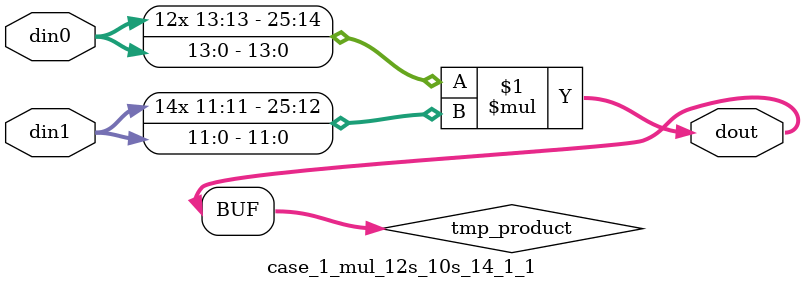
<source format=v>

`timescale 1 ns / 1 ps

 module case_1_mul_12s_10s_14_1_1(din0, din1, dout);
parameter ID = 1;
parameter NUM_STAGE = 0;
parameter din0_WIDTH = 14;
parameter din1_WIDTH = 12;
parameter dout_WIDTH = 26;

input [din0_WIDTH - 1 : 0] din0; 
input [din1_WIDTH - 1 : 0] din1; 
output [dout_WIDTH - 1 : 0] dout;

wire signed [dout_WIDTH - 1 : 0] tmp_product;



























assign tmp_product = $signed(din0) * $signed(din1);








assign dout = tmp_product;





















endmodule

</source>
